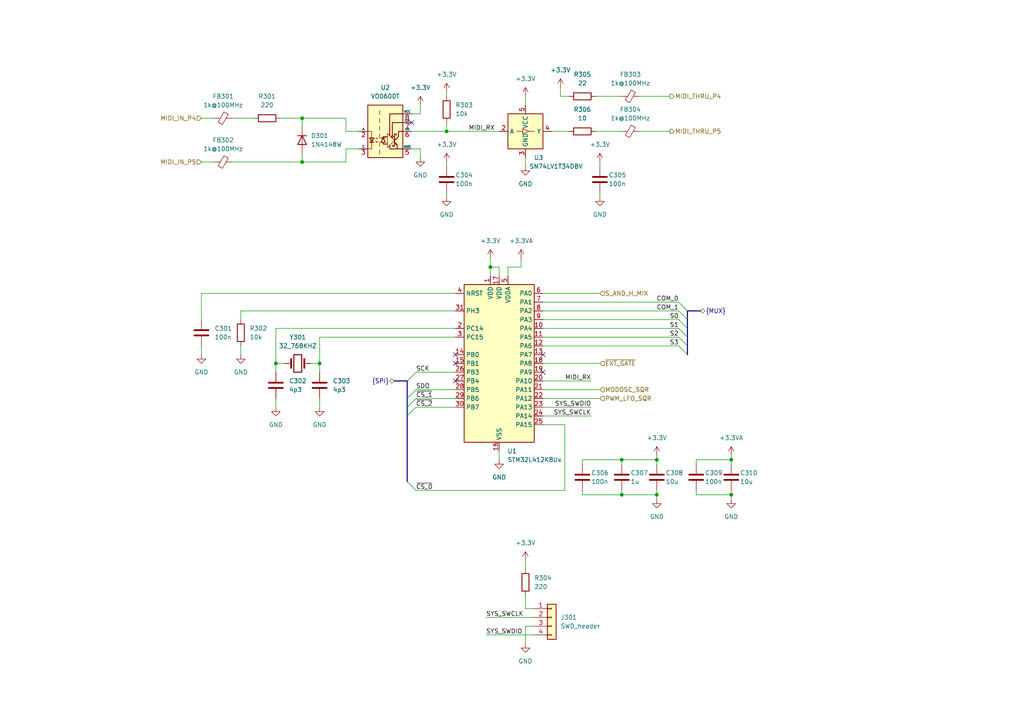
<source format=kicad_sch>
(kicad_sch (version 20230121) (generator eeschema)
  (paper "A4")
  (title_block (title "MICRO-OX Modulation Board") (date "2023-04-13") (rev "0") (comment 2 "creativecommons.org/licenses/by/4.0") (comment 3 "license: CC by 4.0") (comment 4 "Author: Jordan Aceto"))
  (lib_symbols
    (symbol "Connector_Generic:Conn_01x04" (pin_names (offset 1.016) hide)
      (property "Reference" "J" (at 0 5.08 0))
      (property "Value" "Conn_01x04" (at 0 -7.62 0))
      (symbol "Conn_01x04_1_1"
        (rectangle (start -1.27 -4.953) (end 0 -5.207) (stroke (width 0.1524)))
        (rectangle (start -1.27 -2.413) (end 0 -2.667) (stroke (width 0.1524)))
        (rectangle (start -1.27 0.127) (end 0 -0.127) (stroke (width 0.1524)))
        (rectangle (start -1.27 2.667) (end 0 2.413) (stroke (width 0.1524)))
        (rectangle (start -1.27 3.81) (end 1.27 -6.35) (stroke (width 0.254)) (fill (type background)))
        (pin passive line (at -5.08 2.54 0) (length 3.81) (name "Pin_1") (number "1"))
        (pin passive line (at -5.08 0 0) (length 3.81) (name "Pin_2") (number "2"))
        (pin passive line (at -5.08 -2.54 0) (length 3.81) (name "Pin_3") (number "3"))
        (pin passive line (at -5.08 -5.08 0) (length 3.81) (name "Pin_4") (number "4"))
      )
    )
    (symbol "Device:C" (pin_numbers hide) (pin_names (offset 0.254))
      (property "Reference" "C" (at 0.635 2.54 0))
      (property "Value" "C" (at 0.635 -2.54 0))
      (symbol "C_0_1"
        (polyline (pts (xy -2.032 -0.762) (xy 2.032 -0.762)) (stroke (width 0.508)))
        (polyline (pts (xy -2.032 0.762) (xy 2.032 0.762)) (stroke (width 0.508)))
      )
      (symbol "C_1_1"
        (pin passive line (at 0 3.81 270) (length 2.794) (name "~") (number "1"))
        (pin passive line (at 0 -3.81 90) (length 2.794) (name "~") (number "2"))
      )
    )
    (symbol "Device:Crystal" (pin_numbers hide) (pin_names (offset 1.016) hide)
      (property "Reference" "Y" (at 0 3.81 0))
      (property "Value" "Crystal" (at 0 -3.81 0))
      (symbol "Crystal_0_1"
        (rectangle (start -1.143 2.54) (end 1.143 -2.54) (stroke (width 0.3048)))
        (polyline (pts (xy -2.54 0) (xy -1.905 0)))
        (polyline (pts (xy -1.905 -1.27) (xy -1.905 1.27)) (stroke (width 0.508)))
        (polyline (pts (xy 1.905 -1.27) (xy 1.905 1.27)) (stroke (width 0.508)))
        (polyline (pts (xy 2.54 0) (xy 1.905 0)))
      )
      (symbol "Crystal_1_1"
        (pin passive line (at -3.81 0 0) (length 1.27) (name "1") (number "1"))
        (pin passive line (at 3.81 0 180) (length 1.27) (name "2") (number "2"))
      )
    )
    (symbol "Device:FerriteBead_Small" (pin_numbers hide) (pin_names (offset 0))
      (property "Reference" "FB" (at 1.905 1.27 0))
      (property "Value" "FerriteBead_Small" (at 1.905 -1.27 0))
      (symbol "FerriteBead_Small_0_1"
        (polyline (pts (xy 0 -1.27) (xy 0 -0.7874)))
        (polyline (pts (xy 0 0.889) (xy 0 1.2954)))
        (polyline (pts (xy -1.8288 0.2794) (xy -1.1176 1.4986) (xy 1.8288 -0.2032) (xy 1.1176 -1.4224) (xy -1.8288 0.2794)))
      )
      (symbol "FerriteBead_Small_1_1"
        (pin passive line (at 0 2.54 270) (length 1.27) (name "~") (number "1"))
        (pin passive line (at 0 -2.54 90) (length 1.27) (name "~") (number "2"))
      )
    )
    (symbol "Device:R" (pin_numbers hide) (pin_names (offset 0))
      (property "Reference" "R" (at 2.032 0 90))
      (property "Value" "R" (at 0 0 90))
      (symbol "R_0_1"
        (rectangle (start -1.016 -2.54) (end 1.016 2.54) (stroke (width 0.254)))
      )
      (symbol "R_1_1"
        (pin passive line (at 0 3.81 270) (length 1.27) (name "~") (number "1"))
        (pin passive line (at 0 -3.81 90) (length 1.27) (name "~") (number "2"))
      )
    )
    (symbol "Diode:1N4148W" (pin_numbers hide) (pin_names hide)
      (property "Reference" "D" (at 0 2.54 0))
      (property "Value" "1N4148W" (at 0 -2.54 0))
      (symbol "1N4148W_0_1"
        (polyline (pts (xy -1.27 1.27) (xy -1.27 -1.27)) (stroke (width 0.254)))
        (polyline (pts (xy 1.27 0) (xy -1.27 0)))
        (polyline (pts (xy 1.27 1.27) (xy 1.27 -1.27) (xy -1.27 0) (xy 1.27 1.27)) (stroke (width 0.254)))
      )
      (symbol "1N4148W_1_1"
        (pin passive line (at -3.81 0 0) (length 2.54) (name "K") (number "1"))
        (pin passive line (at 3.81 0 180) (length 2.54) (name "A") (number "2"))
      )
    )
    (symbol "Isolator:VO0600T" (pin_names (offset 0))
      (property "Reference" "U" (at -4.064 8.89 0))
      (property "Value" "VO0600T" (at 0.254 -9.144 0))
      (symbol "VO0600T_0_1"
        (polyline (pts (xy 2.667 -3.556) (xy 2.667 -1.651)) (stroke (width 0.254)))
        (polyline (pts (xy 2.667 -2.159) (xy 2.667 -2.921)) (stroke (width 0.254)))
        (polyline (pts (xy 3.429 -3.937) (xy 3.429 -5.08)) (stroke (width 0.254)))
        (polyline (pts (xy -0.635 -3.302) (xy -0.635 -3.683) (xy 0.635 -3.683)) (stroke (width 0.254)))
        (polyline (pts (xy -0.635 -1.905) (xy -0.635 -1.524) (xy 0.508 -1.524)) (stroke (width 0.254)))
        (polyline (pts (xy 1.27 -4.064) (xy 1.27 -5.08) (xy 5.08 -5.08)) (stroke (width 0.254)))
        (polyline (pts (xy 1.27 -1.27) (xy 1.27 5.08) (xy 5.08 5.08)) (stroke (width 0.254)))
        (polyline (pts (xy 2.032 -1.27) (xy 2.032 2.54) (xy 5.08 2.54)) (stroke (width 0.254)))
        (polyline (pts (xy -5.08 -5.08) (xy -3.937 -5.08) (xy -3.937 0) (xy -5.08 0)))
        (polyline (pts (xy 2.667 -3.302) (xy 2.667 -4.318) (xy 2.159 -4.318) (xy 2.159 -3.937)) (stroke (width 0.254)))
        (polyline (pts (xy 2.667 -2.667) (xy 0.635 -4.699) (xy 0.635 -0.635) (xy 2.667 -2.667)))
        (polyline (pts (xy 2.667 -1.778) (xy 2.667 -0.762) (xy 3.175 -0.762) (xy 3.175 -1.143)) (stroke (width 0.254)))
        (polyline (pts (xy 2.794 -2.54) (xy 3.81 -1.524) (xy 3.81 0) (xy 5.08 0)) (stroke (width 0.254)))
        (polyline (pts (xy 2.667 -3.175) (xy 3.429 -3.937) (xy 3.302 -3.556) (xy 3.048 -3.81) (xy 3.429 -3.937)) (stroke (width 0.254)))
        (circle (center 2.032 -1.524) (radius 0.254) (stroke (width 0.254)))
      )
      (symbol "VO0600T_1_1"
        (rectangle (start -5.08 7.62) (end 5.08 -7.62) (stroke (width 0.254)) (fill (type background)))
        (polyline (pts (xy -4.572 -3.175) (xy -3.302 -3.175)) (stroke (width 0.254)))
        (polyline (pts (xy -1.651 -5.334) (xy -1.651 -6.604)))
        (polyline (pts (xy -1.651 -3.048) (xy -1.651 -4.318)))
        (polyline (pts (xy -1.651 -0.762) (xy -1.651 -2.032)))
        (polyline (pts (xy -1.651 1.524) (xy -1.651 0.254)))
        (polyline (pts (xy -1.651 3.81) (xy -1.651 2.54)))
        (polyline (pts (xy -1.651 6.096) (xy -1.651 4.826)))
        (polyline (pts (xy -1.27 -1.905) (xy 0 -1.905)) (stroke (width 0.254)))
        (polyline (pts (xy -3.937 -3.175) (xy -4.572 -1.905) (xy -3.302 -1.905) (xy -3.937 -3.175)) (stroke (width 0.254)))
        (polyline (pts (xy -0.635 -1.905) (xy -1.27 -3.175) (xy 0 -3.175) (xy -0.635 -1.905)) (stroke (width 0.254)))
        (polyline (pts (xy -2.921 -3.048) (xy -2.159 -3.048) (xy -2.54 -3.175) (xy -2.54 -2.921) (xy -2.159 -3.048)) (stroke (width 0.127)))
        (polyline (pts (xy -2.921 -2.032) (xy -2.159 -2.032) (xy -2.54 -2.159) (xy -2.54 -1.905) (xy -2.159 -2.032)) (stroke (width 0.127)))
        (pin no_connect line (at -5.08 5.08 0) (length 2.54) hide (name "NC") (number "1"))
        (pin passive line (at -7.62 0 0) (length 2.54) (name "A") (number "2"))
        (pin passive line (at -7.62 -5.08 0) (length 2.54) (name "C") (number "3"))
        (pin power_in line (at 7.62 -5.08 180) (length 2.54) (name "GND") (number "5"))
        (pin open_collector line (at 7.62 0 180) (length 2.54) (name "VO") (number "6"))
        (pin input line (at 7.62 2.54 180) (length 2.54) (name "EN") (number "7"))
        (pin power_in line (at 7.62 5.08 180) (length 2.54) (name "VCC") (number "8"))
      )
    )
    (symbol "Logic_LevelTranslator:SN74LV1T34DBV"
      (property "Reference" "U" (at 5.08 6.35 0))
      (property "Value" "SN74LV1T34DBV" (at 5.08 3.81 0))
      (symbol "SN74LV1T34DBV_0_1"
        (rectangle (start -5.08 5.08) (end 5.08 -5.08) (stroke (width 0.254)) (fill (type background)))
        (polyline (pts (xy -0.762 0) (xy -2.54 0)))
        (polyline (pts (xy 1.016 0) (xy 2.54 0)))
      )
      (symbol "SN74LV1T34DBV_1_1"
        (polyline (pts (xy -0.762 -0.762) (xy -0.762 0.762) (xy 1.016 0) (xy -0.762 -0.762)))
        (pin no_connect line (at -5.08 2.54 0) (length 2.54) hide (name "NC") (number "1"))
        (pin input line (at -7.62 0 0) (length 2.54) (name "A") (number "2"))
        (pin power_in line (at 0 -7.62 90) (length 2.54) (name "GND") (number "3"))
        (pin output line (at 7.62 0 180) (length 2.54) (name "Y") (number "4"))
        (pin power_in line (at 0 7.62 270) (length 2.54) (name "VCC") (number "5"))
      )
    )
    (symbol "MCU_ST_STM32L4:STM32L412K8Ux"
      (property "Reference" "U" (at -10.16 24.13 0))
      (property "Value" "STM32L412K8Ux" (at 5.08 24.13 0))
      (symbol "STM32L412K8Ux_0_1"
        (rectangle (start -10.16 -22.86) (end 10.16 22.86) (stroke (width 0.254)) (fill (type background)))
      )
      (symbol "STM32L412K8Ux_1_1"
        (pin power_in line (at -2.54 25.4 270) (length 2.54) (name "VDD") (number "1"))
        (pin bidirectional line (at 12.7 10.16 180) (length 2.54) (name "PA4") (number "10"))
        (pin bidirectional line (at 12.7 7.62 180) (length 2.54) (name "PA5") (number "11"))
        (pin bidirectional line (at 12.7 5.08 180) (length 2.54) (name "PA6") (number "12"))
        (pin bidirectional line (at 12.7 2.54 180) (length 2.54) (name "PA7") (number "13"))
        (pin bidirectional line (at -12.7 2.54 0) (length 2.54) (name "PB0") (number "14"))
        (pin bidirectional line (at -12.7 0 0) (length 2.54) (name "PB1") (number "15"))
        (pin power_in line (at 0 -25.4 90) (length 2.54) (name "VSS") (number "16"))
        (pin power_in line (at 0 25.4 270) (length 2.54) (name "VDD") (number "17"))
        (pin bidirectional line (at 12.7 0 180) (length 2.54) (name "PA8") (number "18"))
        (pin bidirectional line (at 12.7 -2.54 180) (length 2.54) (name "PA9") (number "19"))
        (pin bidirectional line (at -12.7 10.16 0) (length 2.54) (name "PC14") (number "2"))
        (pin bidirectional line (at 12.7 -5.08 180) (length 2.54) (name "PA10") (number "20"))
        (pin bidirectional line (at 12.7 -7.62 180) (length 2.54) (name "PA11") (number "21"))
        (pin bidirectional line (at 12.7 -10.16 180) (length 2.54) (name "PA12") (number "22"))
        (pin bidirectional line (at 12.7 -12.7 180) (length 2.54) (name "PA13") (number "23"))
        (pin bidirectional line (at 12.7 -15.24 180) (length 2.54) (name "PA14") (number "24"))
        (pin bidirectional line (at 12.7 -17.78 180) (length 2.54) (name "PA15") (number "25"))
        (pin bidirectional line (at -12.7 -2.54 0) (length 2.54) (name "PB3") (number "26"))
        (pin bidirectional line (at -12.7 -5.08 0) (length 2.54) (name "PB4") (number "27"))
        (pin bidirectional line (at -12.7 -7.62 0) (length 2.54) (name "PB5") (number "28"))
        (pin bidirectional line (at -12.7 -10.16 0) (length 2.54) (name "PB6") (number "29"))
        (pin bidirectional line (at -12.7 7.62 0) (length 2.54) (name "PC15") (number "3"))
        (pin bidirectional line (at -12.7 -12.7 0) (length 2.54) (name "PB7") (number "30"))
        (pin bidirectional line (at -12.7 15.24 0) (length 2.54) (name "PH3") (number "31"))
        (pin passive line (at 0 -25.4 90) (length 2.54) hide (name "VSS") (number "32"))
        (pin passive line (at 0 -25.4 90) (length 2.54) hide (name "VSS") (number "33"))
        (pin input line (at -12.7 20.32 0) (length 2.54) (name "NRST") (number "4"))
        (pin power_in line (at 2.54 25.4 270) (length 2.54) (name "VDDA") (number "5"))
        (pin bidirectional line (at 12.7 20.32 180) (length 2.54) (name "PA0") (number "6"))
        (pin bidirectional line (at 12.7 17.78 180) (length 2.54) (name "PA1") (number "7"))
        (pin bidirectional line (at 12.7 15.24 180) (length 2.54) (name "PA2") (number "8"))
        (pin bidirectional line (at 12.7 12.7 180) (length 2.54) (name "PA3") (number "9"))
      )
    )
    (symbol "power:+3.3V" (power) (pin_names (offset 0))
      (property "Value" "+3.3V" (at 0 3.556 0))
      (symbol "+3.3V_0_1"
        (polyline (pts (xy -0.762 1.27) (xy 0 2.54)))
        (polyline (pts (xy 0 0) (xy 0 2.54)))
        (polyline (pts (xy 0 2.54) (xy 0.762 1.27)))
      )
      (symbol "+3.3V_1_1"
        (pin power_in line (at 0 0 90) (length 0) hide (name "+3.3V") (number "1"))
      )
    )
    (symbol "power:+3.3VA" (power) (pin_names (offset 0))
      (property "Value" "+3.3VA" (at 0 3.556 0))
      (symbol "+3.3VA_0_1"
        (polyline (pts (xy -0.762 1.27) (xy 0 2.54)))
        (polyline (pts (xy 0 0) (xy 0 2.54)))
        (polyline (pts (xy 0 2.54) (xy 0.762 1.27)))
      )
      (symbol "+3.3VA_1_1"
        (pin power_in line (at 0 0 90) (length 0) hide (name "+3.3VA") (number "1"))
      )
    )
    (symbol "power:GND" (power) (pin_names (offset 0))
      (property "Value" "GND" (at 0 -3.81 0))
      (symbol "GND_0_1"
        (polyline (pts (xy 0 0) (xy 0 -1.27) (xy 1.27 -1.27) (xy 0 -2.54) (xy -1.27 -1.27) (xy 0 -1.27)))
      )
      (symbol "GND_1_1"
        (pin power_in line (at 0 0 270) (length 0) hide (name "GND") (number "1"))
      )
    )
  )
  (junction (at 87.63 34.29))
  (junction (at 190.5 143.51))
  (junction (at 129.54 38.1))
  (junction (at 190.5 133.35))
  (junction (at 212.09 143.51))
  (junction (at 180.34 133.35))
  (junction (at 92.71 105.41))
  (junction (at 180.34 143.51))
  (junction (at 142.24 77.47))
  (junction (at 87.63 46.99))
  (junction (at 80.01 105.41))
  (junction (at 212.09 133.35))
  (no_connect (at 132.08 105.41))
  (no_connect (at 132.08 110.49))
  (no_connect (at 119.38 35.56))
  (no_connect (at 132.08 102.87))
  (no_connect (at 157.48 102.87))
  (no_connect (at 157.48 107.95))
  (bus_entry (at 199.39 102.87) (size -2.54 -2.54))
  (bus_entry (at 199.39 100.33) (size -2.54 -2.54))
  (bus_entry (at 199.39 90.17) (size -2.54 -2.54))
  (bus_entry (at 199.39 92.71) (size -2.54 -2.54))
  (bus_entry (at 199.39 97.79) (size -2.54 -2.54))
  (bus_entry (at 118.11 118.11) (size 2.54 -2.54))
  (bus_entry (at 118.11 115.57) (size 2.54 -2.54))
  (bus_entry (at 118.11 110.49) (size 2.54 -2.54))
  (bus_entry (at 118.11 139.7) (size 2.54 2.54))
  (bus_entry (at 199.39 95.25) (size -2.54 -2.54))
  (bus_entry (at 118.11 120.65) (size 2.54 -2.54))
  (bus (pts (xy 199.39 92.71) (xy 199.39 95.25)))
  (wire (pts (xy 157.48 97.79) (xy 196.85 97.79)))
  (wire (pts (xy 121.92 43.18) (xy 119.38 43.18)))
  (wire (pts (xy 157.48 85.09) (xy 173.99 85.09)))
  (wire (pts (xy 152.4 27.94) (xy 152.4 30.48)))
  (wire (pts (xy 142.24 74.93) (xy 142.24 77.47)))
  (wire (pts (xy 92.71 105.41) (xy 92.71 107.95)))
  (wire (pts (xy 120.65 115.57) (xy 132.08 115.57)))
  (bus (pts (xy 118.11 110.49) (xy 118.11 115.57)))
  (wire (pts (xy 80.01 95.25) (xy 132.08 95.25)))
  (wire (pts (xy 190.5 133.35) (xy 190.5 134.62)))
  (wire (pts (xy 129.54 46.99) (xy 129.54 48.26)))
  (wire (pts (xy 157.48 90.17) (xy 196.85 90.17)))
  (wire (pts (xy 157.48 115.57) (xy 173.99 115.57)))
  (wire (pts (xy 120.65 113.03) (xy 132.08 113.03)))
  (wire (pts (xy 185.42 38.1) (xy 194.31 38.1)))
  (wire (pts (xy 80.01 115.57) (xy 80.01 118.11)))
  (wire (pts (xy 180.34 133.35) (xy 180.34 134.62)))
  (wire (pts (xy 69.85 92.71) (xy 69.85 90.17)))
  (wire (pts (xy 180.34 133.35) (xy 190.5 133.35)))
  (wire (pts (xy 100.33 43.18) (xy 100.33 46.99)))
  (wire (pts (xy 92.71 105.41) (xy 90.17 105.41)))
  (wire (pts (xy 87.63 46.99) (xy 87.63 44.45)))
  (wire (pts (xy 160.02 38.1) (xy 165.1 38.1)))
  (wire (pts (xy 129.54 38.1) (xy 144.78 38.1)))
  (wire (pts (xy 190.5 143.51) (xy 190.5 144.78)))
  (bus (pts (xy 118.11 118.11) (xy 118.11 120.65)))
  (wire (pts (xy 100.33 38.1) (xy 100.33 34.29)))
  (wire (pts (xy 157.48 120.65) (xy 171.45 120.65)))
  (bus (pts (xy 199.39 90.17) (xy 199.39 92.71)))
  (wire (pts (xy 80.01 105.41) (xy 80.01 95.25)))
  (wire (pts (xy 163.83 142.24) (xy 163.83 123.19)))
  (wire (pts (xy 142.24 77.47) (xy 142.24 80.01)))
  (wire (pts (xy 157.48 92.71) (xy 196.85 92.71)))
  (wire (pts (xy 180.34 142.24) (xy 180.34 143.51)))
  (wire (pts (xy 152.4 45.72) (xy 152.4 48.26)))
  (wire (pts (xy 157.48 95.25) (xy 196.85 95.25)))
  (wire (pts (xy 173.99 46.99) (xy 173.99 48.26)))
  (wire (pts (xy 82.55 105.41) (xy 80.01 105.41)))
  (wire (pts (xy 120.65 118.11) (xy 132.08 118.11)))
  (wire (pts (xy 185.42 27.94) (xy 194.31 27.94)))
  (wire (pts (xy 129.54 26.67) (xy 129.54 27.94)))
  (wire (pts (xy 92.71 97.79) (xy 132.08 97.79)))
  (wire (pts (xy 129.54 55.88) (xy 129.54 57.15)))
  (wire (pts (xy 212.09 143.51) (xy 212.09 144.78)))
  (wire (pts (xy 152.4 172.72) (xy 152.4 176.53)))
  (wire (pts (xy 69.85 100.33) (xy 69.85 102.87)))
  (wire (pts (xy 129.54 38.1) (xy 129.54 35.56)))
  (wire (pts (xy 58.42 92.71) (xy 58.42 85.09)))
  (wire (pts (xy 120.65 142.24) (xy 163.83 142.24)))
  (wire (pts (xy 163.83 123.19) (xy 157.48 123.19)))
  (wire (pts (xy 80.01 105.41) (xy 80.01 107.95)))
  (wire (pts (xy 58.42 46.99) (xy 62.23 46.99)))
  (wire (pts (xy 104.14 38.1) (xy 100.33 38.1)))
  (bus (pts (xy 203.2 90.17) (xy 199.39 90.17)))
  (wire (pts (xy 58.42 100.33) (xy 58.42 102.87)))
  (wire (pts (xy 100.33 46.99) (xy 87.63 46.99)))
  (wire (pts (xy 154.94 181.61) (xy 152.4 181.61)))
  (wire (pts (xy 168.91 133.35) (xy 168.91 134.62)))
  (wire (pts (xy 67.31 34.29) (xy 73.66 34.29)))
  (wire (pts (xy 121.92 30.48) (xy 121.92 33.02)))
  (wire (pts (xy 154.94 179.07) (xy 140.97 179.07)))
  (bus (pts (xy 118.11 115.57) (xy 118.11 118.11)))
  (wire (pts (xy 157.48 110.49) (xy 171.45 110.49)))
  (wire (pts (xy 67.31 46.99) (xy 87.63 46.99)))
  (wire (pts (xy 58.42 34.29) (xy 62.23 34.29)))
  (bus (pts (xy 114.3 110.49) (xy 118.11 110.49)))
  (wire (pts (xy 212.09 132.08) (xy 212.09 133.35)))
  (wire (pts (xy 168.91 133.35) (xy 180.34 133.35)))
  (wire (pts (xy 212.09 133.35) (xy 212.09 134.62)))
  (wire (pts (xy 121.92 43.18) (xy 121.92 45.72)))
  (wire (pts (xy 157.48 113.03) (xy 173.99 113.03)))
  (wire (pts (xy 154.94 184.15) (xy 140.97 184.15)))
  (wire (pts (xy 157.48 105.41) (xy 173.99 105.41)))
  (wire (pts (xy 92.71 115.57) (xy 92.71 118.11)))
  (bus (pts (xy 199.39 100.33) (xy 199.39 102.87)))
  (wire (pts (xy 168.91 143.51) (xy 180.34 143.51)))
  (wire (pts (xy 81.28 34.29) (xy 87.63 34.29)))
  (wire (pts (xy 147.32 80.01) (xy 147.32 77.47)))
  (wire (pts (xy 201.93 133.35) (xy 201.93 134.62)))
  (wire (pts (xy 157.48 87.63) (xy 196.85 87.63)))
  (wire (pts (xy 173.99 55.88) (xy 173.99 57.15)))
  (wire (pts (xy 201.93 142.24) (xy 201.93 143.51)))
  (wire (pts (xy 157.48 100.33) (xy 196.85 100.33)))
  (wire (pts (xy 92.71 97.79) (xy 92.71 105.41)))
  (wire (pts (xy 58.42 85.09) (xy 132.08 85.09)))
  (wire (pts (xy 212.09 142.24) (xy 212.09 143.51)))
  (wire (pts (xy 172.72 38.1) (xy 180.34 38.1)))
  (wire (pts (xy 151.13 74.93) (xy 151.13 77.47)))
  (wire (pts (xy 201.93 143.51) (xy 212.09 143.51)))
  (wire (pts (xy 144.78 77.47) (xy 142.24 77.47)))
  (wire (pts (xy 87.63 34.29) (xy 87.63 36.83)))
  (wire (pts (xy 100.33 34.29) (xy 87.63 34.29)))
  (wire (pts (xy 162.56 27.94) (xy 165.1 27.94)))
  (wire (pts (xy 147.32 77.47) (xy 151.13 77.47)))
  (wire (pts (xy 162.56 25.4) (xy 162.56 27.94)))
  (wire (pts (xy 144.78 80.01) (xy 144.78 77.47)))
  (bus (pts (xy 118.11 120.65) (xy 118.11 139.7)))
  (wire (pts (xy 104.14 43.18) (xy 100.33 43.18)))
  (wire (pts (xy 121.92 33.02) (xy 119.38 33.02)))
  (wire (pts (xy 69.85 90.17) (xy 132.08 90.17)))
  (wire (pts (xy 152.4 176.53) (xy 154.94 176.53)))
  (wire (pts (xy 190.5 142.24) (xy 190.5 143.51)))
  (bus (pts (xy 199.39 95.25) (xy 199.39 97.79)))
  (wire (pts (xy 152.4 162.56) (xy 152.4 165.1)))
  (wire (pts (xy 144.78 130.81) (xy 144.78 133.35)))
  (wire (pts (xy 201.93 133.35) (xy 212.09 133.35)))
  (wire (pts (xy 157.48 118.11) (xy 171.45 118.11)))
  (wire (pts (xy 172.72 27.94) (xy 180.34 27.94)))
  (wire (pts (xy 180.34 143.51) (xy 190.5 143.51)))
  (wire (pts (xy 120.65 107.95) (xy 132.08 107.95)))
  (wire (pts (xy 168.91 142.24) (xy 168.91 143.51)))
  (wire (pts (xy 152.4 181.61) (xy 152.4 186.69)))
  (bus (pts (xy 199.39 97.79) (xy 199.39 100.33)))
  (wire (pts (xy 119.38 38.1) (xy 129.54 38.1)))
  (wire (pts (xy 190.5 132.08) (xy 190.5 133.35)))
  (label "SYS_SWDIO" (at 171.45 118.11 180))
  (label "~{CS_1}" (at 120.65 115.57 0))
  (label "SCK" (at 120.65 107.95 0))
  (label "COM_1" (at 196.85 90.17 180))
  (label "S2" (at 196.85 97.79 180))
  (label "SYS_SWDIO" (at 140.97 184.15 0))
  (label "MIDI_RX" (at 143.51 38.1 180))
  (label "~{CS_0}" (at 120.65 142.24 0))
  (label "SYS_SWCLK" (at 140.97 179.07 0))
  (label "S0" (at 196.85 92.71 180))
  (label "MIDI_RX" (at 171.45 110.49 180))
  (label "COM_0" (at 196.85 87.63 180))
  (label "SYS_SWCLK" (at 171.45 120.65 180))
  (label "SDO" (at 120.65 113.03 0))
  (label "S1" (at 196.85 95.25 180))
  (label "S3" (at 196.85 100.33 180))
  (label "~{CS_2}" (at 120.65 118.11 0))
  (hierarchical_label "PWM_LFO_SQR" (shape input) (at 173.99 115.57 0))
  (hierarchical_label "MODOSC_SQR" (shape input) (at 173.99 113.03 0))
  (hierarchical_label "{MUX}" (shape bidirectional) (at 203.2 90.17 0))
  (hierarchical_label "MIDI_IN_P5" (shape input) (at 58.42 46.99 180))
  (hierarchical_label "MIDI_IN_P4" (shape input) (at 58.42 34.29 180))
  (hierarchical_label "S_AND_H_MIX" (shape input) (at 173.99 85.09 0))
  (hierarchical_label "MIDI_THRU_P5" (shape output) (at 194.31 38.1 0))
  (hierarchical_label "{SPI}" (shape bidirectional) (at 114.3 110.49 180))
  (hierarchical_label "~{EXT_GATE}" (shape input) (at 173.99 105.41 0))
  (hierarchical_label "MIDI_THRU_P4" (shape output) (at 194.31 27.94 0))
  (symbol (lib_id "Device:FerriteBead_Small") (at 64.77 46.99 90) (unit 1)
    (property "Reference" "FB302" (at 64.7319 40.64 90))
    (property "Value" "1k@100MHz" (at 64.7319 43.18 90))
    (property "Footprint" "Inductor_SMD:L_0805_2012Metric" (effects hide))
  )
  (symbol (lib_id "Device:C") (at 173.99 52.07 0) (unit 1)
    (property "Reference" "C305" (at 176.53 50.8 0) (effects (justify left)))
    (property "Value" "100n" (at 176.53 53.34 0) (effects (justify left)))
    (property "Footprint" "Capacitor_SMD:C_0603_1608Metric" (effects hide))
    (instances (project "modulation_board" (path "" (reference "C305") (unit 1))) (project "ribbon_board" (path "" (reference "C207") (unit 1))) (project "midi_ox_main_board" (path "" (reference "C2222") (unit 1)) (path "" (reference "C?") (unit 1))))
  )
  (symbol (lib_id "power:+3.3V") (at 129.54 26.67 0) (unit 1)
    (property "Reference" "#PWR0307" (effects hide))
    (property "Value" "+3.3V" (at 129.54 21.59 0))
    (instances (project "modulation_board" (path "" (reference "#PWR0307") (unit 1))) (project "ribbon_board" (path "" (reference "#PWR04") (unit 1))) (project "midi_ox_main_board" (path "" (reference "#PWR0111") (unit 1))))
  )
  (symbol (lib_id "Isolator:VO0600T") (at 111.76 38.1 0) (unit 1)
    (property "Reference" "U2" (at 111.76 25.4 0))
    (property "Value" "VO0600T" (at 111.76 27.94 0))
    (property "Footprint" "Package_SO:SOIC-8_3.9x4.9mm_P1.27mm" (effects hide))
    (property "Datasheet" "http://www.vishay.com/doc?84607" (effects hide))
    (instances (project "modulation_board" (path "" (reference "U2") (unit 1))) (project "ribbon_board" (path "" (reference "U2") (unit 1))) (project "midi_ox_main_board" (path "" (reference "U?") (unit 1))))
  )
  (symbol (lib_id "power:GND") (at 80.01 118.11 0) (unit 1)
    (property "Reference" "#PWR0303" (effects hide))
    (property "Value" "GND" (at 80.01 123.19 0))
    (instances (project "modulation_board" (path "" (reference "#PWR0303") (unit 1))) (project "ribbon_board" (path "" (reference "#PWR031") (unit 1))))
  )
  (symbol (lib_id "power:+3.3V") (at 173.99 46.99 0) (unit 1)
    (property "Reference" "#PWR0318" (effects hide))
    (property "Value" "+3.3V" (at 173.99 41.91 0))
    (instances (project "modulation_board" (path "" (reference "#PWR0318") (unit 1))) (project "ribbon_board" (path "" (reference "#PWR09") (unit 1))) (project "midi_ox_main_board" (path "" (reference "#PWR0120") (unit 1))))
  )
  (symbol (lib_id "power:+3.3VA") (at 151.13 74.93 0) (unit 1)
    (property "Reference" "#PWR0317" (effects hide))
    (property "Value" "+3.3VA" (at 151.13 69.85 0))
    (instances (project "modulation_board" (path "" (reference "#PWR0317") (unit 1))) (project "ribbon_board" (path "" (reference "#PWR027") (unit 1))))
  )
  (symbol (lib_id "Device:C") (at 58.42 96.52 180) (unit 1)
    (property "Reference" "C301" (at 62.23 95.2499 0) (effects (justify right)))
    (property "Value" "100n" (at 62.23 97.7899 0) (effects (justify right)))
    (property "Footprint" "Capacitor_SMD:C_0603_1608Metric" (effects hide))
    (instances (project "modulation_board" (path "" (reference "C301") (unit 1))) (project "ribbon_board" (path "" (reference "C205") (unit 1))))
  )
  (symbol (lib_id "power:GND") (at 173.99 57.15 0) (unit 1)
    (property "Reference" "#PWR0319" (effects hide))
    (property "Value" "GND" (at 173.99 62.23 0))
    (instances (project "modulation_board" (path "" (reference "#PWR0319") (unit 1))) (project "ribbon_board" (path "" (reference "#PWR010") (unit 1))) (project "midi_ox_main_board" (path "" (reference "#PWR0121") (unit 1))))
  )
  (symbol (lib_id "power:GND") (at 121.92 45.72 0) (unit 1)
    (property "Reference" "#PWR0306" (effects hide))
    (property "Value" "GND" (at 121.92 50.8 0))
    (instances (project "modulation_board" (path "" (reference "#PWR0306") (unit 1))) (project "ribbon_board" (path "" (reference "#PWR03") (unit 1))) (project "midi_ox_main_board" (path "" (reference "#PWR0109") (unit 1))))
  )
  (symbol (lib_id "Device:C") (at 129.54 52.07 0) (unit 1)
    (property "Reference" "C304" (at 132.08 50.8 0) (effects (justify left)))
    (property "Value" "100n" (at 132.08 53.34 0) (effects (justify left)))
    (property "Footprint" "Capacitor_SMD:C_0603_1608Metric" (effects hide))
    (instances (project "modulation_board" (path "" (reference "C304") (unit 1))) (project "ribbon_board" (path "" (reference "C206") (unit 1))) (project "midi_ox_main_board" (path "" (reference "C2222") (unit 1)) (path "" (reference "C?") (unit 1))))
  )
  (symbol (lib_id "power:GND") (at 69.85 102.87 0) (unit 1)
    (property "Reference" "#PWR0302" (effects hide))
    (property "Value" "GND" (at 69.85 107.95 0))
    (instances (project "modulation_board" (path "" (reference "#PWR0302") (unit 1))) (project "ribbon_board" (path "" (reference "#PWR0216") (unit 1))))
  )
  (symbol (lib_id "Device:R") (at 168.91 38.1 90) (unit 1)
    (property "Reference" "R306" (at 168.91 31.75 90))
    (property "Value" "10" (at 168.91 34.29 90))
    (property "Footprint" "Resistor_SMD:R_0603_1608Metric" (effects hide))
    (instances (project "modulation_board" (path "" (reference "R306") (unit 1))) (project "ribbon_board" (path "" (reference "R207") (unit 1))) (project "midi_ox_main_board" (path "" (reference "R?") (unit 1))))
  )
  (symbol (lib_id "Diode:1N4148W") (at 87.63 40.64 270) (unit 1)
    (property "Reference" "D301" (at 90.17 39.37 90) (effects (justify left)))
    (property "Value" "1N4148W" (at 90.17 41.91 90) (effects (justify left)))
    (property "Footprint" "Diode_SMD:D_SOD-123" (effects hide))
    (property "Datasheet" "https://www.vishay.com/docs/85748/1n4148w.pdf" (effects hide))
    (property "Sim.Device" "D" (effects hide))
    (property "Sim.Pins" "1=K 2=A" (effects hide))
    (instances (project "modulation_board" (path "" (reference "D301") (unit 1))) (project "ribbon_board" (path "" (reference "D202") (unit 1))) (project "midi_ox_main_board" (path "" (reference "D?") (unit 1))))
  )
  (symbol (lib_id "Device:R") (at 129.54 31.75 0) (unit 1)
    (property "Reference" "R303" (at 132.08 30.48 0) (effects (justify left)))
    (property "Value" "10k" (at 132.08 33.02 0) (effects (justify left)))
    (property "Footprint" "Resistor_SMD:R_0603_1608Metric" (effects hide))
    (instances (project "modulation_board" (path "" (reference "R303") (unit 1))) (project "ribbon_board" (path "" (reference "R206") (unit 1))) (project "midi_ox_main_board" (path "" (reference "R?") (unit 1))))
  )
  (symbol (lib_id "Device:R") (at 69.85 96.52 180) (unit 1)
    (property "Reference" "R302" (at 72.39 95.2499 0) (effects (justify right)))
    (property "Value" "10k" (at 72.39 97.7899 0) (effects (justify right)))
    (property "Footprint" "Resistor_SMD:R_0603_1608Metric" (effects hide))
    (instances (project "modulation_board" (path "" (reference "R302") (unit 1))) (project "ribbon_board" (path "" (reference "R203") (unit 1))))
  )
  (symbol (lib_id "Device:C") (at 180.34 138.43 0) (unit 1)
    (property "Reference" "C307" (at 182.88 137.16 0) (effects (justify left)))
    (property "Value" "1u" (at 182.88 139.7 0) (effects (justify left)))
    (property "Footprint" "Capacitor_SMD:C_0805_2012Metric" (effects hide))
    (instances (project "modulation_board" (path "" (reference "C307") (unit 1)) (path "" (reference "C201") (unit 1)) (path "" (reference "C614") (unit 1))) (project "ribbon_board" (path "" (reference "C207") (unit 1))) (project "midi_ox_main_board" (path "" (reference "C2222") (unit 1)) (path "" (reference "C?") (unit 1))))
  )
  (symbol (lib_id "Device:FerriteBead_Small") (at 182.88 38.1 90) (unit 1)
    (property "Reference" "FB304" (at 182.8419 31.75 90))
    (property "Value" "1k@100MHz" (at 182.8419 34.29 90))
    (property "Footprint" "Inductor_SMD:L_0805_2012Metric" (effects hide))
  )
  (symbol (lib_id "power:+3.3VA") (at 212.09 132.08 0) (unit 1)
    (property "Reference" "#PWR0320" (effects hide))
    (property "Value" "+3.3VA" (at 212.09 127 0))
    (instances (project "modulation_board" (path "" (reference "#PWR0320") (unit 1))) (project "ribbon_board" (path "" (reference "#PWR027") (unit 1))))
  )
  (symbol (lib_id "Device:C") (at 92.71 111.76 180) (unit 1)
    (property "Reference" "C303" (at 96.52 110.49 0) (effects (justify right)))
    (property "Value" "4p3" (at 96.52 113.03 0) (effects (justify right)))
    (property "Footprint" "Capacitor_SMD:C_0603_1608Metric" (effects hide))
    (instances (project "modulation_board" (path "" (reference "C303") (unit 1))) (project "ribbon_board" (path "" (reference "C213") (unit 1))))
  )
  (symbol (lib_id "power:GND") (at 92.71 118.11 0) (unit 1)
    (property "Reference" "#PWR0304" (effects hide))
    (property "Value" "GND" (at 92.71 123.19 0))
    (instances (project "modulation_board" (path "" (reference "#PWR0304") (unit 1))) (project "ribbon_board" (path "" (reference "#PWR032") (unit 1))))
  )
  (symbol (lib_id "power:+3.3V") (at 152.4 162.56 0) (unit 1)
    (property "Reference" "#PWR0312" (effects hide))
    (property "Value" "+3.3V" (at 152.4 157.48 0))
    (instances (project "modulation_board" (path "" (reference "#PWR0312") (unit 1))) (project "ribbon_board" (path "" (reference "#PWR035") (unit 1))))
  )
  (symbol (lib_id "Device:R") (at 168.91 27.94 90) (unit 1)
    (property "Reference" "R305" (at 168.91 21.59 90))
    (property "Value" "22" (at 168.91 24.13 90))
    (property "Footprint" "Resistor_SMD:R_0603_1608Metric" (effects hide))
    (instances (project "modulation_board" (path "" (reference "R305") (unit 1))) (project "ribbon_board" (path "" (reference "R207") (unit 1))) (project "midi_ox_main_board" (path "" (reference "R?") (unit 1))))
  )
  (symbol (lib_id "power:+3.3V") (at 129.54 46.99 0) (unit 1)
    (property "Reference" "#PWR0308" (effects hide))
    (property "Value" "+3.3V" (at 129.54 41.91 0))
    (instances (project "modulation_board" (path "" (reference "#PWR0308") (unit 1))) (project "ribbon_board" (path "" (reference "#PWR05") (unit 1))) (project "midi_ox_main_board" (path "" (reference "#PWR0112") (unit 1))))
  )
  (symbol (lib_id "power:GND") (at 144.78 133.35 0) (unit 1)
    (property "Reference" "#PWR0315" (effects hide))
    (property "Value" "GND" (at 144.78 138.43 0))
    (instances (project "modulation_board" (path "" (reference "#PWR0315") (unit 1))) (project "ribbon_board" (path "" (reference "#PWR0223") (unit 1))))
  )
  (symbol (lib_id "Device:FerriteBead_Small") (at 64.77 34.29 90) (unit 1)
    (property "Reference" "FB301" (at 64.7319 27.94 90))
    (property "Value" "1k@100MHz" (at 64.7319 30.48 90))
    (property "Footprint" "Inductor_SMD:L_0805_2012Metric" (effects hide))
  )
  (symbol (lib_id "power:GND") (at 58.42 102.87 0) (unit 1)
    (property "Reference" "#PWR0301" (effects hide))
    (property "Value" "GND" (at 58.42 107.95 0))
    (instances (project "modulation_board" (path "" (reference "#PWR0301") (unit 1))) (project "ribbon_board" (path "" (reference "#PWR0215") (unit 1))))
  )
  (symbol (lib_id "power:GND") (at 212.09 144.78 0) (unit 1)
    (property "Reference" "#PWR0321" (effects hide))
    (property "Value" "GND" (at 212.09 149.86 0))
    (instances (project "modulation_board" (path "" (reference "#PWR0321") (unit 1)) (path "" (reference "#PWR0204") (unit 1)) (path "" (reference "#PWR0622") (unit 1))) (project "ribbon_board" (path "" (reference "#PWR010") (unit 1))) (project "midi_ox_main_board" (path "" (reference "#PWR0121") (unit 1))))
  )
  (symbol (lib_id "Device:C") (at 190.5 138.43 0) (unit 1)
    (property "Reference" "C308" (at 193.04 137.16 0) (effects (justify left)))
    (property "Value" "10u" (at 193.04 139.7 0) (effects (justify left)))
    (property "Footprint" "Capacitor_SMD:C_0805_2012Metric" (effects hide))
    (instances (project "modulation_board" (path "" (reference "C308") (unit 1)) (path "" (reference "C201") (unit 1)) (path "" (reference "C614") (unit 1))) (project "ribbon_board" (path "" (reference "C207") (unit 1))) (project "midi_ox_main_board" (path "" (reference "C2222") (unit 1)) (path "" (reference "C?") (unit 1))))
  )
  (symbol (lib_id "power:GND") (at 129.54 57.15 0) (unit 1)
    (property "Reference" "#PWR0309" (effects hide))
    (property "Value" "GND" (at 129.54 62.23 0))
    (instances (project "modulation_board" (path "" (reference "#PWR0309") (unit 1))) (project "ribbon_board" (path "" (reference "#PWR06") (unit 1))) (project "midi_ox_main_board" (path "" (reference "#PWR0114") (unit 1))))
  )
  (symbol (lib_id "Device:Crystal") (at 86.36 105.41 0) (unit 1)
    (property "Reference" "Y301" (at 86.36 97.79 0))
    (property "Value" "32_768KHZ" (at 86.36 100.33 0))
    (property "Footprint" "Crystal:Crystal_SMD_MicroCrystal_CC7V-T1A-2Pin_3.2x1.5mm" (effects hide))
    (instances (project "modulation_board" (path "" (reference "Y301") (unit 1))) (project "ribbon_board" (path "" (reference "Y1") (unit 1))))
  )
  (symbol (lib_id "Device:R") (at 152.4 168.91 0) (unit 1)
    (property "Reference" "R304" (at 154.94 167.64 0) (effects (justify left)))
    (property "Value" "220" (at 154.94 170.18 0) (effects (justify left)))
    (property "Footprint" "Resistor_SMD:R_0603_1608Metric" (effects hide))
    (instances (project "modulation_board" (path "" (reference "R304") (unit 1))) (project "ribbon_board" (path "" (reference "R204") (unit 1))))
  )
  (symbol (lib_id "Logic_LevelTranslator:SN74LV1T34DBV") (at 152.4 38.1 0) (unit 1)
    (property "Reference" "U3" (at 156.21 45.72 0))
    (property "Value" "SN74LV1T34DBV" (at 161.29 48.26 0))
    (property "Footprint" "Package_TO_SOT_SMD:SOT-23-5" (effects hide))
    (property "Datasheet" "https://www.ti.com/lit/ds/symlink/sn74lv1t34.pdf" (effects hide))
    (instances (project "modulation_board" (path "" (reference "U3") (unit 1))) (project "ribbon_board" (path "" (reference "U3") (unit 1))) (project "midi_ox_main_board" (path "" (reference "U?") (unit 1))))
  )
  (symbol (lib_id "power:+3.3V") (at 190.5 132.08 0) (unit 1)
    (property "Reference" "#PWR0324" (effects hide))
    (property "Value" "+3.3V" (at 190.5 127 0))
    (instances (project "modulation_board" (path "" (reference "#PWR0324") (unit 1)) (path "" (reference "#PWR0203") (unit 1)) (path "" (reference "#PWR0621") (unit 1))) (project "ribbon_board" (path "" (reference "#PWR09") (unit 1))) (project "midi_ox_main_board" (path "" (reference "#PWR0120") (unit 1))))
  )
  (symbol (lib_id "power:GND") (at 152.4 186.69 0) (unit 1)
    (property "Reference" "#PWR0313" (effects hide))
    (property "Value" "GND" (at 152.4 191.77 0))
    (instances (project "modulation_board" (path "" (reference "#PWR0313") (unit 1))) (project "ribbon_board" (path "" (reference "#PWR0226") (unit 1))))
  )
  (symbol (lib_id "power:+3.3V") (at 142.24 74.93 0) (unit 1)
    (property "Reference" "#PWR0314" (effects hide))
    (property "Value" "+3.3V" (at 142.24 69.85 0))
    (instances (project "modulation_board" (path "" (reference "#PWR0314") (unit 1))) (project "ribbon_board" (path "" (reference "#PWR026") (unit 1))))
  )
  (symbol (lib_id "power:+3.3V") (at 152.4 27.94 0) (unit 1)
    (property "Reference" "#PWR0310" (effects hide))
    (property "Value" "+3.3V" (at 152.4 22.86 0))
    (instances (project "modulation_board" (path "" (reference "#PWR0310") (unit 1))) (project "ribbon_board" (path "" (reference "#PWR07") (unit 1))) (project "midi_ox_main_board" (path "" (reference "#PWR0116") (unit 1))))
  )
  (symbol (lib_id "Device:C") (at 201.93 138.43 0) (unit 1)
    (property "Reference" "C309" (at 204.47 137.16 0) (effects (justify left)))
    (property "Value" "100n" (at 204.47 139.7 0) (effects (justify left)))
    (property "Footprint" "Capacitor_SMD:C_0603_1608Metric" (effects hide))
    (instances (project "modulation_board" (path "" (reference "C309") (unit 1)) (path "" (reference "C201") (unit 1)) (path "" (reference "C612") (unit 1))) (project "ribbon_board" (path "" (reference "C207") (unit 1))) (project "midi_ox_main_board" (path "" (reference "C2222") (unit 1)) (path "" (reference "C?") (unit 1))))
  )
  (symbol (lib_id "Device:C") (at 80.01 111.76 180) (unit 1)
    (property "Reference" "C302" (at 83.82 110.49 0) (effects (justify right)))
    (property "Value" "4p3" (at 83.82 113.03 0) (effects (justify right)))
    (property "Footprint" "Capacitor_SMD:C_0603_1608Metric" (effects hide))
    (instances (project "modulation_board" (path "" (reference "C302") (unit 1))) (project "ribbon_board" (path "" (reference "C212") (unit 1))))
  )
  (symbol (lib_id "Device:R") (at 77.47 34.29 90) (unit 1)
    (property "Reference" "R301" (at 77.47 27.94 90))
    (property "Value" "220" (at 77.47 30.48 90))
    (property "Footprint" "Resistor_SMD:R_0603_1608Metric" (effects hide))
    (instances (project "modulation_board" (path "" (reference "R301") (unit 1))) (project "ribbon_board" (path "" (reference "R205") (unit 1))) (project "midi_ox_main_board" (path "" (reference "R?") (unit 1))))
  )
  (symbol (lib_id "Connector_Generic:Conn_01x04") (at 160.02 179.07 0) (unit 1)
    (property "Reference" "J301" (at 162.56 179.0699 0) (effects (justify left)))
    (property "Value" "SWD_header" (at 162.56 181.6099 0) (effects (justify left)))
    (property "Footprint" "Connector_PinHeader_2.54mm:PinHeader_1x04_P2.54mm_Vertical" (effects hide))
    (instances (project "modulation_board" (path "" (reference "J301") (unit 1))) (project "ribbon_board" (path "" (reference "J201") (unit 1))))
  )
  (symbol (lib_id "MCU_ST_STM32L4:STM32L412K8Ux") (at 144.78 105.41 0) (unit 1)
    (property "Reference" "U1" (at 147.1535 130.81 0) (effects (justify left)))
    (property "Value" "STM32L412K8Ux" (at 147.1535 133.35 0) (effects (justify left)))
    (property "Footprint" "Package_DFN_QFN:QFN-32-1EP_5x5mm_P0.5mm_EP3.45x3.45mm" (effects hide))
    (property "Datasheet" "https://www.st.com/resource/en/datasheet/stm32l412k8.pdf" (effects hide))
  )
  (symbol (lib_id "Device:FerriteBead_Small") (at 182.88 27.94 90) (unit 1)
    (property "Reference" "FB303" (at 182.8419 21.59 90))
    (property "Value" "1k@100MHz" (at 182.8419 24.13 90))
    (property "Footprint" "Inductor_SMD:L_0805_2012Metric" (effects hide))
  )
  (symbol (lib_id "Device:C") (at 212.09 138.43 0) (unit 1)
    (property "Reference" "C310" (at 214.63 137.16 0) (effects (justify left)))
    (property "Value" "10u" (at 214.63 139.7 0) (effects (justify left)))
    (property "Footprint" "Capacitor_SMD:C_0805_2012Metric" (effects hide))
    (instances (project "modulation_board" (path "" (reference "C310") (unit 1)) (path "" (reference "C201") (unit 1)) (path "" (reference "C614") (unit 1))) (project "ribbon_board" (path "" (reference "C207") (unit 1))) (project "midi_ox_main_board" (path "" (reference "C2222") (unit 1)) (path "" (reference "C?") (unit 1))))
  )
  (symbol (lib_id "power:+3.3V") (at 162.56 25.4 0) (unit 1)
    (property "Reference" "#PWR0316" (effects hide))
    (property "Value" "+3.3V" (at 162.56 20.32 0))
    (instances (project "modulation_board" (path "" (reference "#PWR0316") (unit 1))) (project "ribbon_board" (path "" (reference "#PWR07") (unit 1))) (project "midi_ox_main_board" (path "" (reference "#PWR0116") (unit 1))))
  )
  (symbol (lib_id "power:GND") (at 190.5 144.78 0) (unit 1)
    (property "Reference" "#PWR0325" (effects hide))
    (property "Value" "GND" (at 190.5 149.86 0))
    (instances (project "modulation_board" (path "" (reference "#PWR0325") (unit 1)) (path "" (reference "#PWR0204") (unit 1)) (path "" (reference "#PWR0622") (unit 1))) (project "ribbon_board" (path "" (reference "#PWR010") (unit 1))) (project "midi_ox_main_board" (path "" (reference "#PWR0121") (unit 1))))
  )
  (symbol (lib_id "power:GND") (at 152.4 48.26 0) (unit 1)
    (property "Reference" "#PWR0311" (effects hide))
    (property "Value" "GND" (at 152.4 53.34 0))
    (instances (project "modulation_board" (path "" (reference "#PWR0311") (unit 1))) (project "ribbon_board" (path "" (reference "#PWR08") (unit 1))) (project "midi_ox_main_board" (path "" (reference "#PWR0118") (unit 1))))
  )
  (symbol (lib_id "power:+3.3V") (at 121.92 30.48 0) (unit 1)
    (property "Reference" "#PWR0305" (effects hide))
    (property "Value" "+3.3V" (at 121.92 25.4 0))
    (instances (project "modulation_board" (path "" (reference "#PWR0305") (unit 1))) (project "ribbon_board" (path "" (reference "#PWR02") (unit 1))) (project "midi_ox_main_board" (path "" (reference "#PWR0108") (unit 1))))
  )
  (symbol (lib_id "Device:C") (at 168.91 138.43 0) (unit 1)
    (property "Reference" "C306" (at 171.45 137.16 0) (effects (justify left)))
    (property "Value" "100n" (at 171.45 139.7 0) (effects (justify left)))
    (property "Footprint" "Capacitor_SMD:C_0603_1608Metric" (effects hide))
    (instances (project "modulation_board" (path "" (reference "C306") (unit 1)) (path "" (reference "C201") (unit 1)) (path "" (reference "C612") (unit 1))) (project "ribbon_board" (path "" (reference "C207") (unit 1))) (project "midi_ox_main_board" (path "" (reference "C2222") (unit 1)) (path "" (reference "C?") (unit 1))))
  )
)
</source>
